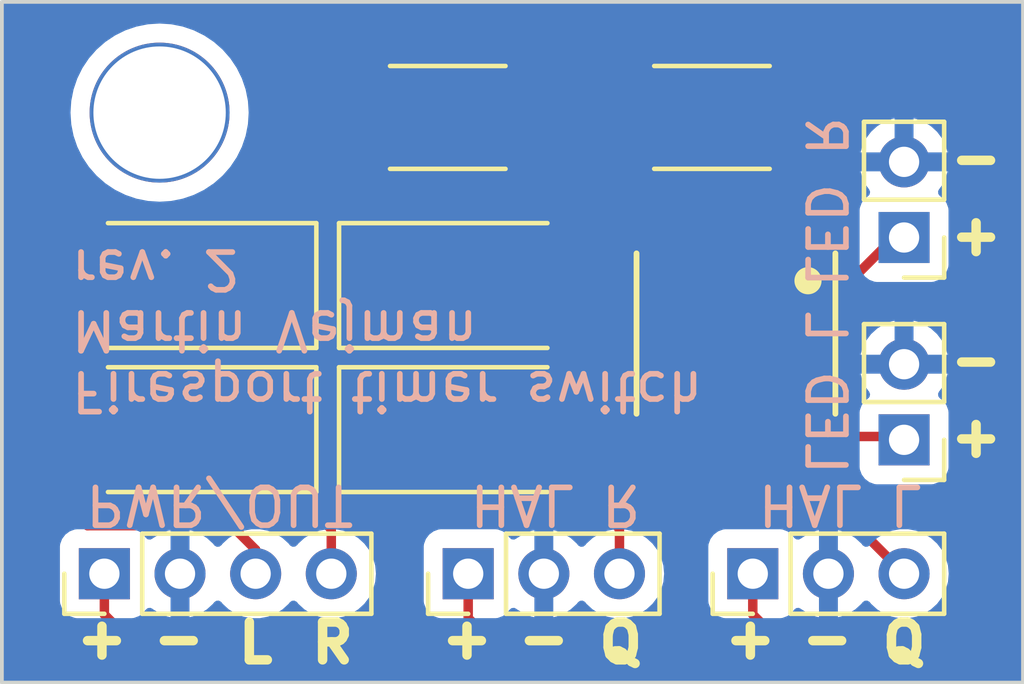
<source format=kicad_pcb>
(kicad_pcb (version 20221018) (generator pcbnew)
  (layers (0 "F.Cu" signal) (31 "B.Cu" signal) (34 "B.Paste" user) (35 "F.Paste" user) (36 "B.SilkS" user "B.Silkscreen") (37 "F.SilkS" user "F.Silkscreen") (38 "B.Mask" user) (39 "F.Mask" user) (44 "Edge.Cuts" user))
  (net 0 "")
  (net 1 "+12V")
  (net 2 "GND")
  (net 3 "/HAL_L")
  (net 4 "/GATE_L")
  (net 5 "/HAL_R")
  (net 6 "/GATE_R")
  (net 7 "/L_OUT")
  (net 8 "/R_OUT")
  (net 9 "/LED_L")
  (net 10 "/LED_R")
  (footprint "Connector_PinHeader_2.00mm:PinHeader_1x02_P2.00mm_Vertical" (layer "F.Cu") (at 173.355 67.58 180)
    (fp_text reference "CON_LED_L1" hide)
    (fp_text value "Conn_01x02" hide)
    (fp_line (start -1.06 -1.06) (end 0 -1.06) (stroke (width 0.12)) (layer "F.SilkS"))
    (fp_line (start -1.06 0) (end -1.06 -1.06) (stroke (width 0.12)) (layer "F.SilkS"))
    (fp_line (start -1.06 1) (end -1.06 3.06) (stroke (width 0.12)) (layer "F.SilkS"))
    (fp_line (start -1.06 1) (end 1.06 1) (stroke (width 0.12)) (layer "F.SilkS"))
    (fp_line (start -1.06 3.06) (end 1.06 3.06) (stroke (width 0.12)) (layer "F.SilkS"))
    (fp_line (start 1.06 1) (end 1.06 3.06) (stroke (width 0.12)) (layer "F.SilkS"))
    (pad "1" thru_hole rect locked (at 0 0 180) (size 1.35 1.35) (drill 0.8) (layers "*.Cu" "*.Mask") (net 9 "/LED_L"))
    (pad "2" thru_hole oval locked (at 0 2 180) (size 1.35 1.35) (drill 0.8) (layers "*.Cu" "*.Mask") (net 2 "GND"))
  )
  (footprint "Connector_PinHeader_2.00mm:PinHeader_1x04_P2.00mm_Vertical" (layer "F.Cu") (at 152.21 71.12 90)
    (fp_text reference "CON_OUT1" hide)
    (fp_text value "Conn_01x04" hide)
    (fp_line (start -1.06 -1.06) (end 0 -1.06) (stroke (width 0.12)) (layer "F.SilkS"))
    (fp_line (start -1.06 0) (end -1.06 -1.06) (stroke (width 0.12)) (layer "F.SilkS"))
    (fp_line (start -1.06 1) (end -1.06 7.06) (stroke (width 0.12)) (layer "F.SilkS"))
    (fp_line (start -1.06 1) (end 1.06 1) (stroke (width 0.12)) (layer "F.SilkS"))
    (fp_line (start -1.06 7.06) (end 1.06 7.06) (stroke (width 0.12)) (layer "F.SilkS"))
    (fp_line (start 1.06 1) (end 1.06 7.06) (stroke (width 0.12)) (layer "F.SilkS"))
    (pad "1" thru_hole rect locked (at 0 0 90) (size 1.35 1.35) (drill 0.8) (layers "*.Cu" "*.Mask") (net 1 "+12V"))
    (pad "2" thru_hole oval locked (at 0 2 90) (size 1.35 1.35) (drill 0.8) (layers "*.Cu" "*.Mask") (net 2 "GND"))
    (pad "3" thru_hole oval locked (at 0 4 90) (size 1.35 1.35) (drill 0.8) (layers "*.Cu" "*.Mask") (net 7 "/L_OUT"))
    (pad "4" thru_hole oval locked (at 0 6 90) (size 1.35 1.35) (drill 0.8) (layers "*.Cu" "*.Mask") (net 8 "/R_OUT"))
  )
  (footprint "Diode_SMD:D_SMA" (layer "F.Cu") (at 154.305 67.31 180)
    (fp_text reference "D_OUT_R1" hide)
    (fp_text value "US1M" hide)
    (fp_line (start -3.51 -1.65) (end -3.51 1.65) (stroke (width 0.12)) (layer "F.SilkS"))
    (fp_line (start -3.51 -1.65) (end 2 -1.65) (stroke (width 0.12)) (layer "F.SilkS"))
    (fp_line (start -3.51 1.65) (end 2 1.65) (stroke (width 0.12)) (layer "F.SilkS"))
    (pad "1" smd roundrect locked (at -2 0 180) (size 2.5 1.8) (layers "F.Cu" "F.Paste" "F.Mask") (roundrect_rratio 0.1388888889) (net 5 "/HAL_R"))
    (pad "2" smd roundrect locked (at 2 0 180) (size 2.5 1.8) (layers "F.Cu" "F.Paste" "F.Mask") (roundrect_rratio 0.1388888889) (net 8 "/R_OUT"))
  )
  (footprint "Diode_SMD:D_SMA" (layer "F.Cu") (at 161.925 63.5)
    (fp_text reference "D_GATE_L1" hide)
    (fp_text value "US1M" hide)
    (fp_line (start -3.51 -1.65) (end -3.51 1.65) (stroke (width 0.12)) (layer "F.SilkS"))
    (fp_line (start -3.51 -1.65) (end 2 -1.65) (stroke (width 0.12)) (layer "F.SilkS"))
    (fp_line (start -3.51 1.65) (end 2 1.65) (stroke (width 0.12)) (layer "F.SilkS"))
    (pad "1" smd roundrect locked (at -2 0) (size 2.5 1.8) (layers "F.Cu" "F.Paste" "F.Mask") (roundrect_rratio 0.1388888889) (net 3 "/HAL_L"))
    (pad "2" smd roundrect locked (at 2 0) (size 2.5 1.8) (layers "F.Cu" "F.Paste" "F.Mask") (roundrect_rratio 0.1388888889) (net 4 "/GATE_L"))
  )
  (footprint "Connector_PinHeader_2.00mm:PinHeader_1x03_P2.00mm_Vertical" (layer "F.Cu") (at 169.355 71.12 90)
    (fp_text reference "CON_HAL_L1" hide)
    (fp_text value "Conn_01x03" hide)
    (fp_line (start -1.06 -1.06) (end 0 -1.06) (stroke (width 0.12)) (layer "F.SilkS"))
    (fp_line (start -1.06 0) (end -1.06 -1.06) (stroke (width 0.12)) (layer "F.SilkS"))
    (fp_line (start -1.06 1) (end -1.06 5.06) (stroke (width 0.12)) (layer "F.SilkS"))
    (fp_line (start -1.06 1) (end 1.06 1) (stroke (width 0.12)) (layer "F.SilkS"))
    (fp_line (start -1.06 5.06) (end 1.06 5.06) (stroke (width 0.12)) (layer "F.SilkS"))
    (fp_line (start 1.06 1) (end 1.06 5.06) (stroke (width 0.12)) (layer "F.SilkS"))
    (pad "1" thru_hole rect locked (at 0 0 90) (size 1.35 1.35) (drill 0.8) (layers "*.Cu" "*.Mask") (net 1 "+12V"))
    (pad "2" thru_hole oval locked (at 0 2 90) (size 1.35 1.35) (drill 0.8) (layers "*.Cu" "*.Mask") (net 2 "GND"))
    (pad "3" thru_hole oval locked (at 0 4 90) (size 1.35 1.35) (drill 0.8) (layers "*.Cu" "*.Mask") (net 3 "/HAL_L"))
  )
  (footprint "Diode_SMD:D_SMA" (layer "F.Cu") (at 154.305 63.5 180)
    (fp_text reference "D_OUT_L1" hide)
    (fp_text value "US1M" hide)
    (fp_line (start -3.51 -1.65) (end -3.51 1.65) (stroke (width 0.12)) (layer "F.SilkS"))
    (fp_line (start -3.51 -1.65) (end 2 -1.65) (stroke (width 0.12)) (layer "F.SilkS"))
    (fp_line (start -3.51 1.65) (end 2 1.65) (stroke (width 0.12)) (layer "F.SilkS"))
    (pad "1" smd roundrect locked (at -2 0 180) (size 2.5 1.8) (layers "F.Cu" "F.Paste" "F.Mask") (roundrect_rratio 0.1388888889) (net 3 "/HAL_L"))
    (pad "2" smd roundrect locked (at 2 0 180) (size 2.5 1.8) (layers "F.Cu" "F.Paste" "F.Mask") (roundrect_rratio 0.1388888889) (net 7 "/L_OUT"))
  )
  (footprint "Diode_SMD:D_SMA" (layer "F.Cu") (at 161.925 67.31)
    (fp_text reference "D_GATE_R1" hide)
    (fp_text value "US1M" hide)
    (fp_line (start -3.51 -1.65) (end -3.51 1.65) (stroke (width 0.12)) (layer "F.SilkS"))
    (fp_line (start -3.51 -1.65) (end 2 -1.65) (stroke (width 0.12)) (layer "F.SilkS"))
    (fp_line (start -3.51 1.65) (end 2 1.65) (stroke (width 0.12)) (layer "F.SilkS"))
    (pad "1" smd roundrect locked (at -2 0) (size 2.5 1.8) (layers "F.Cu" "F.Paste" "F.Mask") (roundrect_rratio 0.1388888889) (net 5 "/HAL_R"))
    (pad "2" smd roundrect locked (at 2 0) (size 2.5 1.8) (layers "F.Cu" "F.Paste" "F.Mask") (roundrect_rratio 0.1388888889) (net 6 "/GATE_R"))
  )
  (footprint "SQ4917CEY:SO-8_VIS" (layer "F.Cu") (at 168.91 64.77 -90)
    (fp_text reference "Q1" hide)
    (fp_text value "SQ4917CEY-T1_GE3" hide)
    (fp_line (start -2.1209 2.6289) (end 2.1209 2.6289) (stroke (width 0.1524)) (layer "F.SilkS"))
    (fp_line (start 2.1209 -2.6289) (end -2.1209 -2.6289) (stroke (width 0.1524)) (layer "F.SilkS"))
    (pad "1" smd rect locked (at -2.721348 -1.905 270) (size 1.454899 0.558) (layers "F.Cu" "F.Paste" "F.Mask") (net 1 "+12V"))
    (pad "2" smd rect locked (at -2.721348 -0.635 270) (size 1.454899 0.558) (layers "F.Cu" "F.Paste" "F.Mask") (net 4 "/GATE_L"))
    (pad "3" smd rect locked (at -2.721348 0.635 270) (size 1.454899 0.558) (layers "F.Cu" "F.Paste" "F.Mask") (net 1 "+12V"))
    (pad "4" smd rect locked (at -2.721348 1.905 270) (size 1.454899 0.558) (layers "F.Cu" "F.Paste" "F.Mask") (net 6 "/GATE_R"))
    (pad "5" smd rect locked (at 2.721348 1.905 270) (size 1.454899 0.558) (layers "F.Cu" "F.Paste" "F.Mask") (net 10 "/LED_R"))
    (pad "6" smd rect locked (at 2.721348 0.635 270) (size 1.454899 0.558) (layers "F.Cu" "F.Paste" "F.Mask") (net 10 "/LED_R"))
    (pad "7" smd rect locked (at 2.721348 -0.635 270) (size 1.454899 0.558) (layers "F.Cu" "F.Paste" "F.Mask") (net 9 "/LED_L"))
    (pad "8" smd rect locked (at 2.721348 -1.905 270) (size 1.454899 0.558) (layers "F.Cu" "F.Paste" "F.Mask") (net 9 "/LED_L"))
  )
  (footprint "Resistor_SMD:R_2010_5025Metric" (layer "F.Cu") (at 161.29 59.055 180)
    (fp_text reference "R_PULLUP_R1" hide)
    (fp_text value "4700" hide)
    (fp_line (start -1.527064 -1.36) (end 1.527064 -1.36) (stroke (width 0.12)) (layer "F.SilkS"))
    (fp_line (start -1.527064 1.36) (end 1.527064 1.36) (stroke (width 0.12)) (layer "F.SilkS"))
    (pad "1" smd roundrect locked (at -2.3125 0 180) (size 1.225 2.65) (layers "F.Cu" "F.Paste" "F.Mask") (roundrect_rratio 0.2040816327) (net 6 "/GATE_R"))
    (pad "2" smd roundrect locked (at 2.3125 0 180) (size 1.225 2.65) (layers "F.Cu" "F.Paste" "F.Mask") (roundrect_rratio 0.2040816327) (net 1 "+12V"))
  )
  (footprint "Connector_PinHeader_2.00mm:PinHeader_1x02_P2.00mm_Vertical" (layer "F.Cu") (at 173.355 62.23 180)
    (fp_text reference "CON_LED_R1" hide)
    (fp_text value "Conn_01x02" hide)
    (fp_line (start -1.06 -1.06) (end 0 -1.06) (stroke (width 0.12)) (layer "F.SilkS"))
    (fp_line (start -1.06 0) (end -1.06 -1.06) (stroke (width 0.12)) (layer "F.SilkS"))
    (fp_line (start -1.06 1) (end -1.06 3.06) (stroke (width 0.12)) (layer "F.SilkS"))
    (fp_line (start -1.06 1) (end 1.06 1) (stroke (width 0.12)) (layer "F.SilkS"))
    (fp_line (start -1.06 3.06) (end 1.06 3.06) (stroke (width 0.12)) (layer "F.SilkS"))
    (fp_line (start 1.06 1) (end 1.06 3.06) (stroke (width 0.12)) (layer "F.SilkS"))
    (pad "1" thru_hole rect locked (at 0 0 180) (size 1.35 1.35) (drill 0.8) (layers "*.Cu" "*.Mask") (net 10 "/LED_R"))
    (pad "2" thru_hole oval locked (at 0 2 180) (size 1.35 1.35) (drill 0.8) (layers "*.Cu" "*.Mask") (net 2 "GND"))
  )
  (footprint "Resistor_SMD:R_2010_5025Metric" (layer "F.Cu") (at 168.275 59.055 180)
    (fp_text reference "R_PULLUP_L1" hide)
    (fp_text value "4700" hide)
    (fp_line (start -1.527064 -1.36) (end 1.527064 -1.36) (stroke (width 0.12)) (layer "F.SilkS"))
    (fp_line (start -1.527064 1.36) (end 1.527064 1.36) (stroke (width 0.12)) (layer "F.SilkS"))
    (pad "1" smd roundrect locked (at -2.3125 0 180) (size 1.225 2.65) (layers "F.Cu" "F.Paste" "F.Mask") (roundrect_rratio 0.2040816327) (net 4 "/GATE_L"))
    (pad "2" smd roundrect locked (at 2.3125 0 180) (size 1.225 2.65) (layers "F.Cu" "F.Paste" "F.Mask") (roundrect_rratio 0.2040816327) (net 1 "+12V"))
  )
  (footprint "Connector_PinHeader_2.00mm:PinHeader_1x03_P2.00mm_Vertical" (layer "F.Cu") (at 161.83 71.12 90)
    (fp_text reference "CON_HAL_R1" hide)
    (fp_text value "Conn_01x03" hide)
    (fp_line (start -1.06 -1.06) (end 0 -1.06) (stroke (width 0.12)) (layer "F.SilkS"))
    (fp_line (start -1.06 0) (end -1.06 -1.06) (stroke (width 0.12)) (layer "F.SilkS"))
    (fp_line (start -1.06 1) (end -1.06 5.06) (stroke (width 0.12)) (layer "F.SilkS"))
    (fp_line (start -1.06 1) (end 1.06 1) (stroke (width 0.12)) (layer "F.SilkS"))
    (fp_line (start -1.06 5.06) (end 1.06 5.06) (stroke (width 0.12)) (layer "F.SilkS"))
    (fp_line (start 1.06 1) (end 1.06 5.06) (stroke (width 0.12)) (layer "F.SilkS"))
    (pad "1" thru_hole rect locked (at 0 0 90) (size 1.35 1.35) (drill 0.8) (layers "*.Cu" "*.Mask") (net 1 "+12V"))
    (pad "2" thru_hole oval locked (at 0 2 90) (size 1.35 1.35) (drill 0.8) (layers "*.Cu" "*.Mask") (net 2 "GND"))
    (pad "3" thru_hole oval locked (at 0 4 90) (size 1.35 1.35) (drill 0.8) (layers "*.Cu" "*.Mask") (net 5 "/HAL_R"))
  )
  (gr_circle locked (center 170.815 63.373) (end 171.098981 63.373) (stroke (width 0.15)) (fill solid) (layer "F.SilkS"))
  (gr_rect locked (start 149.5 56) (end 176.5 74) (stroke (width 0.1)) (fill none) (layer "Edge.Cuts"))
  (gr_text locked "HAL L" (at 169.418 68.707 180) (layer "B.SilkS") (effects (font (size 1 1)) (justify left bottom mirror)))
  (gr_text locked "HAL R" (at 161.798 68.707 180) (layer "B.SilkS") (effects (font (size 1 1)) (justify left bottom mirror)))
  (gr_text locked "LED L" (at 170.688 68.58 270) (layer "B.SilkS") (effects (font (size 1 1)) (justify left bottom mirror)))
  (gr_text locked "Firesport timer switch\nMartin Vejman\nrev. 2" (at 151.257 62.484 180) (layer "B.SilkS") (effects (font (size 1 1)) (justify left bottom mirror)))
  (gr_text locked "PWR/OUT" (at 151.638 68.707 180) (layer "B.SilkS") (effects (font (size 1 1)) (justify left bottom mirror)))
  (gr_text locked "LED R" (at 170.688 63.627 270) (layer "B.SilkS") (effects (font (size 1 1)) (justify left bottom mirror)))
  (gr_text locked "+" (at 169.291 73.406) (layer "F.SilkS") (effects (font (size 1 1) (thickness 0.25) bold) (justify bottom)))
  (gr_text locked "-" (at 163.83 73.406) (layer "F.SilkS") (effects (font (size 1 1) (thickness 0.25) bold) (justify bottom)))
  (gr_text locked "-" (at 171.323 73.406) (layer "F.SilkS") (effects (font (size 1 1) (thickness 0.25) bold) (justify bottom)))
  (gr_text locked "-" (at 175.26 66.04) (layer "F.SilkS") (effects (font (size 1 1) (thickness 0.25) bold) (justify bottom)))
  (gr_text locked "+" (at 175.26 68.072) (layer "F.SilkS") (effects (font (size 1 1) (thickness 0.25) bold) (justify bottom)))
  (gr_text locked "L" (at 156.21 73.533) (layer "F.SilkS") (effects (font (size 1 1) (thickness 0.25) bold) (justify bottom)))
  (gr_text locked "-" (at 154.178 73.406) (layer "F.SilkS") (effects (font (size 1 1) (thickness 0.25) bold) (justify bottom)))
  (gr_text locked "-" (at 175.26 60.706) (layer "F.SilkS") (effects (font (size 1 1) (thickness 0.25) bold) (justify bottom)))
  (gr_text locked "Q" (at 173.355 73.533) (layer "F.SilkS") (effects (font (size 1 1) (thickness 0.25) bold) (justify bottom)))
  (gr_text locked "+" (at 175.26 62.738) (layer "F.SilkS") (effects (font (size 1 1) (thickness 0.25) bold) (justify bottom)))
  (gr_text locked "+" (at 161.798 73.406) (layer "F.SilkS") (effects (font (size 1 1) (thickness 0.25) bold) (justify bottom)))
  (gr_text locked "+" (at 152.146 73.406) (layer "F.SilkS") (effects (font (size 1 1) (thickness 0.25) bold) (justify bottom)))
  (gr_text locked "R" (at 158.242 73.533) (layer "F.SilkS") (effects (font (size 1 1) (thickness 0.25) bold) (justify bottom)))
  (gr_text locked "Q" (at 165.862 73.533) (layer "F.SilkS") (effects (font (size 1 1) (thickness 0.25) bold) (justify bottom)))
  (via locked (at 153.67 58.928) (size 3.7) (drill 3.5) (layers "F.Cu" "B.Cu") (net 0))
  (segment locked (start 169.355 71.12) (end 169.355 72.2) (width 0.25) (layer "F.Cu") (net 1))
  (segment locked (start 168.91 57.15) (end 166.37 57.15) (width 0.25) (layer "F.Cu") (net 1))
  (segment locked (start 168.275 62.865) (end 168.275 62.048652) (width 0.25) (layer "F.Cu") (net 1))
  (segment locked (start 158.9775 57.5575) (end 158.9775 59.055) (width 0.25) (layer "F.Cu") (net 1))
  (segment locked (start 152.21 71.12) (end 152.21 72.2) (width 0.25) (layer "F.Cu") (net 1))
  (segment locked (start 153.035 73.025) (end 162.56 73.025) (width 0.25) (layer "F.Cu") (net 1))
  (segment locked (start 168.275 57.785) (end 168.91 57.15) (width 0.25) (layer "F.Cu") (net 1))
  (segment locked (start 169.355 72.2) (end 170.18 73.025) (width 0.25) (layer "F.Cu") (net 1))
  (segment locked (start 166.37 57.15) (end 159.385 57.15) (width 0.25) (layer "F.Cu") (net 1))
  (segment locked (start 152.21 72.2) (end 153.035 73.025) (width 0.25) (layer "F.Cu") (net 1))
  (segment locked (start 162.56 73.025) (end 170.18 73.025) (width 0.25) (layer "F.Cu") (net 1))
  (segment locked (start 159.385 57.15) (end 158.9775 57.5575) (width 0.25) (layer "F.Cu") (net 1))
  (segment locked (start 175.26 72.39) (end 175.26 57.785) (width 0.25) (layer "F.Cu") (net 1))
  (segment locked (start 165.9625 59.055) (end 165.9625 57.5575) (width 0.25) (layer "F.Cu") (net 1))
  (segment locked (start 170.815 62.865) (end 170.578899 63.101101) (width 0.25) (layer "F.Cu") (net 1))
  (segment locked (start 168.275 62.048652) (end 168.275 57.785) (width 0.25) (layer "F.Cu") (net 1))
  (segment locked (start 161.83 71.12) (end 161.83 72.295) (width 0.25) (layer "F.Cu") (net 1))
  (segment locked (start 174.625 57.15) (end 168.91 57.15) (width 0.25) (layer "F.Cu") (net 1))
  (segment locked (start 170.18 73.025) (end 174.625 73.025) (width 0.25) (layer "F.Cu") (net 1))
  (segment locked (start 174.625 73.025) (end 175.26 72.39) (width 0.25) (layer "F.Cu") (net 1))
  (segment locked (start 170.815 62.048652) (end 170.815 62.865) (width 0.25) (layer "F.Cu") (net 1))
  (segment locked (start 168.511101 63.101101) (end 168.275 62.865) (width 0.25) (layer "F.Cu") (net 1))
  (segment locked (start 175.26 57.785) (end 174.625 57.15) (width 0.25) (layer "F.Cu") (net 1))
  (segment locked (start 165.9625 57.5575) (end 166.37 57.15) (width 0.25) (layer "F.Cu") (net 1))
  (segment locked (start 170.578899 63.101101) (end 168.511101 63.101101) (width 0.25) (layer "F.Cu") (net 1))
  (segment locked (start 161.83 72.295) (end 162.56 73.025) (width 0.25) (layer "F.Cu") (net 1))
  (segment locked (start 162.010914 67.945) (end 162.010914 65.585914) (width 0.25) (layer "F.Cu") (net 3))
  (segment locked (start 162.010914 65.585914) (end 159.925 63.5) (width 0.25) (layer "F.Cu") (net 3))
  (segment locked (start 156.305 63.5) (end 159.925 63.5) (width 0.25) (layer "F.Cu") (net 3))
  (segment locked (start 162.830914 68.765) (end 162.010914 67.945) (width 0.25) (layer "F.Cu") (net 3))
  (segment locked (start 173.355 71.12) (end 171 68.765) (width 0.25) (layer "F.Cu") (net 3))
  (segment locked (start 171 68.765) (end 162.830914 68.765) (width 0.25) (layer "F.Cu") (net 3))
  (segment locked (start 170.5875 59.055) (end 169.545 60.0975) (width 0.25) (layer "F.Cu") (net 4))
  (segment locked (start 163.925 63.5) (end 163.976101 63.551101) (width 0.25) (layer "F.Cu") (net 4))
  (segment locked (start 169.545 60.96) (end 169.545 62.048652) (width 0.25) (layer "F.Cu") (net 4))
  (segment locked (start 171.45 59.9175) (end 170.5875 59.055) (width 0.25) (layer "F.Cu") (net 4))
  (segment locked (start 171.130402 63.551101) (end 171.45 63.231503) (width 0.25) (layer "F.Cu") (net 4))
  (segment locked (start 171.45 63.231503) (end 171.45 59.9175) (width 0.25) (layer "F.Cu") (net 4))
  (segment locked (start 169.545 60.0975) (end 169.545 60.96) (width 0.25) (layer "F.Cu") (net 4))
  (segment locked (start 163.976101 63.551101) (end 171.130402 63.551101) (width 0.25) (layer "F.Cu") (net 4))
  (segment locked (start 165.83 69.933125) (end 165.83 71.12) (width 0.25) (layer "F.Cu") (net 5))
  (segment locked (start 165.111875 69.215) (end 165.83 69.933125) (width 0.25) (layer "F.Cu") (net 5))
  (segment locked (start 160.655 69.215) (end 165.111875 69.215) (width 0.25) (layer "F.Cu") (net 5))
  (segment locked (start 156.305 67.31) (end 159.925 67.31) (width 0.25) (layer "F.Cu") (net 5))
  (segment locked (start 159.925 67.31) (end 159.925 68.485) (width 0.25) (layer "F.Cu") (net 5))
  (segment locked (start 159.925 68.485) (end 160.655 69.215) (width 0.25) (layer "F.Cu") (net 5))
  (segment locked (start 163.925 66.135) (end 161.925 64.135) (width 0.25) (layer "F.Cu") (net 6))
  (segment locked (start 163.6025 59.055) (end 163.6025 61.3675) (width 0.25) (layer "F.Cu") (net 6))
  (segment locked (start 161.925 64.135) (end 161.925 59.69) (width 0.25) (layer "F.Cu") (net 6))
  (segment locked (start 163.6025 61.3675) (end 164.283652 62.048652) (width 0.25) (layer "F.Cu") (net 6))
  (segment locked (start 164.283652 62.048652) (end 167.005 62.048652) (width 0.25) (layer "F.Cu") (net 6))
  (segment locked (start 163.925 67.31) (end 163.925 66.135) (width 0.25) (layer "F.Cu") (net 6))
  (segment locked (start 161.925 59.69) (end 162.56 59.055) (width 0.25) (layer "F.Cu") (net 6))
  (segment locked (start 162.56 59.055) (end 163.6025 59.055) (width 0.25) (layer "F.Cu") (net 6))
  (segment locked (start 151.765 69.85) (end 155.575 69.85) (width 0.25) (layer "F.Cu") (net 7))
  (segment locked (start 150.73 65.075) (end 150.73 68.815) (width 0.25) (layer "F.Cu") (net 7))
  (segment locked (start 156.21 70.485) (end 156.21 71.12) (width 0.25) (layer "F.Cu") (net 7))
  (segment locked (start 152.305 63.5) (end 150.73 65.075) (width 0.25) (layer "F.Cu") (net 7))
  (segment locked (start 155.575 69.85) (end 156.21 70.485) (width 0.25) (layer "F.Cu") (net 7))
  (segment locked (start 150.73 68.815) (end 151.765 69.85) (width 0.25) (layer "F.Cu") (net 7))
  (segment locked (start 154.94 69.215) (end 157.48 69.215) (width 0.25) (layer "F.Cu") (net 8))
  (segment locked (start 158.21 69.945) (end 158.21 71.12) (width 0.25) (layer "F.Cu") (net 8))
  (segment locked (start 152.305 67.31) (end 154.095 67.31) (width 0.25) (layer "F.Cu") (net 8))
  (segment locked (start 154.095 67.31) (end 154.305 67.52) (width 0.25) (layer "F.Cu") (net 8))
  (segment locked (start 157.48 69.215) (end 158.21 69.945) (width 0.25) (layer "F.Cu") (net 8))
  (segment locked (start 154.305 68.58) (end 154.94 69.215) (width 0.25) (layer "F.Cu") (net 8))
  (segment locked (start 154.305 67.52) (end 154.305 68.58) (width 0.25) (layer "F.Cu") (net 8))
  (segment locked (start 169.545 67.491348) (end 170.815 67.491348) (width 0.25) (layer "F.Cu") (net 9))
  (segment locked (start 173.266348 67.491348) (end 173.355 67.58) (width 0.25) (layer "F.Cu") (net 9))
  (segment locked (start 170.815 67.491348) (end 173.266348 67.491348) (width 0.25) (layer "F.Cu") (net 9))
  (segment locked (start 173.087899 62.23) (end 168.275 67.042899) (width 0.25) (layer "F.Cu") (net 10))
  (segment locked (start 167.005 67.491348) (end 168.275 67.491348) (width 0.25) (layer "F.Cu") (net 10))
  (segment locked (start 168.275 67.042899) (end 168.275 67.491348) (width 0.25) (layer "F.Cu") (net 10))
  (segment locked (start 173.355 62.23) (end 173.087899 62.23) (width 0.25) (layer "F.Cu") (net 10))
  (zone locked (net 2) (net_name "GND") (layer "B.Cu") (connect_pads (clearance 0.5)) (min_thickness 0.25) (fill yes (thermal_gap 0.5) (thermal_bridge_width 0.5))
    (polygon (pts (xy 149.479 56.007) (xy 176.53 56.007) (xy 176.53 74.041) (xy 149.479 74.041)))
  )
)
</source>
